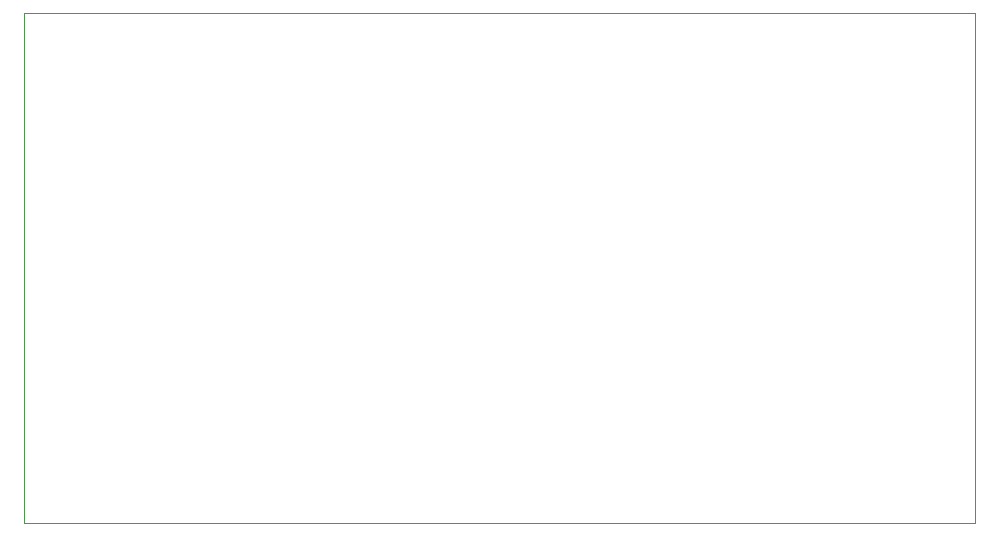
<source format=gbr>
%TF.GenerationSoftware,Altium Limited,Altium Designer,23.0.1 (38)*%
G04 Layer_Color=0*
%FSLAX45Y45*%
%MOMM*%
%TF.SameCoordinates,EEB749D1-378B-4D6E-888E-37D0F6B4ACBA*%
%TF.FilePolarity,Positive*%
%TF.FileFunction,Profile,NP*%
%TF.Part,Single*%
G01*
G75*
%TA.AperFunction,Profile*%
%ADD42C,0.02540*%
D42*
X4851400Y5562600D02*
X12903200D01*
Y9880600D01*
X4851400D01*
Y5562600D01*
%TF.MD5,07e6cd62995dd2bf4c2c6b84fc307f79*%
M02*

</source>
